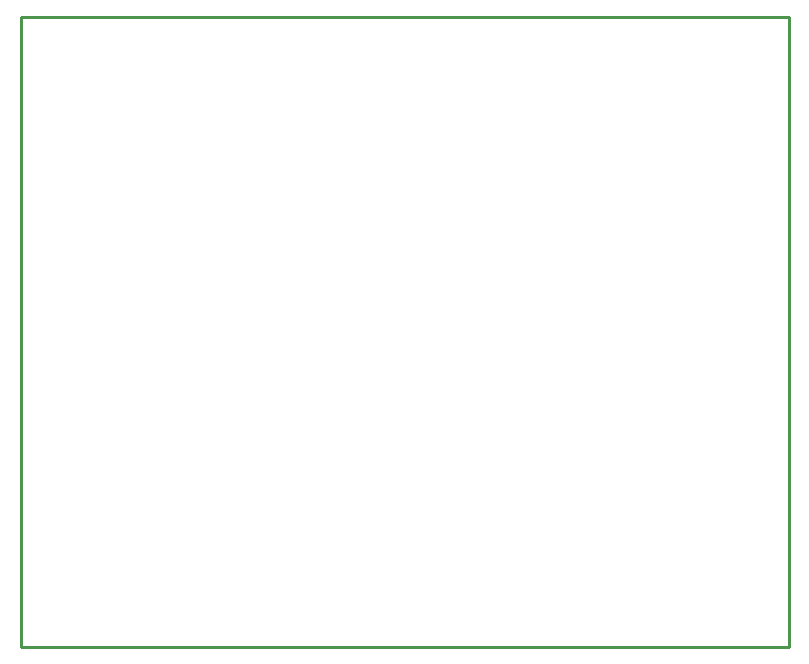
<source format=gko>
G04 Layer: BoardOutlineLayer*
G04 EasyEDA Pro v2.2.40.8, 2025-08-03 21:23:04*
G04 Gerber Generator version 0.3*
G04 Scale: 100 percent, Rotated: No, Reflected: No*
G04 Dimensions in millimeters*
G04 Leading zeros omitted, absolute positions, 4 integers and 5 decimals*
G04 Generated by one-click*
%FSLAX45Y45*%
%MOMM*%
%ADD10C,0.254*%
%ADD11C,0.7622*%
G75*


G04 Rect Start*
G54D10*
G01X0Y-134000D02*
G01X0Y5200000D01*
G01X6500114Y5200000D01*
G01X6500114Y-134000D01*
G01X0Y-134000D01*
G04 Rect End*

M02*


</source>
